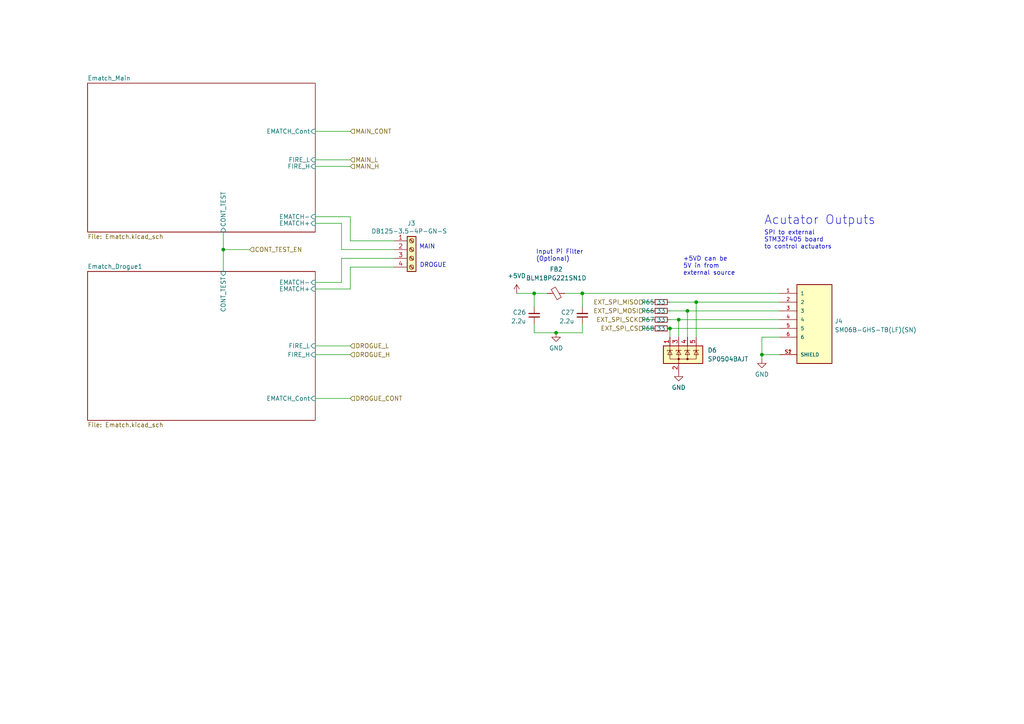
<source format=kicad_sch>
(kicad_sch (version 20230121) (generator eeschema)
  (paper "A4")
  (lib_symbols
    (symbol "Connector:Screw_Terminal_01x04" (pin_names (offset 1.016) hide)
      (property "Reference" "J" (at 0 5.08 0))
      (property "Value" "Screw_Terminal_01x04" (at 0 -7.62 0))
      (symbol "Screw_Terminal_01x04_1_1"
        (rectangle (start -1.27 3.81) (end 1.27 -6.35) (stroke (width 0.254)) (fill (type background)))
        (circle (center 0 -5.08) (radius 0.635) (stroke (width 0.1524)))
        (circle (center 0 -2.54) (radius 0.635) (stroke (width 0.1524)))
        (polyline (pts (xy -0.5334 -4.7498) (xy 0.3302 -5.588)) (stroke (width 0.1524)))
        (polyline (pts (xy -0.5334 -2.2098) (xy 0.3302 -3.048)) (stroke (width 0.1524)))
        (polyline (pts (xy -0.5334 0.3302) (xy 0.3302 -0.508)) (stroke (width 0.1524)))
        (polyline (pts (xy -0.5334 2.8702) (xy 0.3302 2.032)) (stroke (width 0.1524)))
        (polyline (pts (xy -0.3556 -4.572) (xy 0.508 -5.4102)) (stroke (width 0.1524)))
        (polyline (pts (xy -0.3556 -2.032) (xy 0.508 -2.8702)) (stroke (width 0.1524)))
        (polyline (pts (xy -0.3556 0.508) (xy 0.508 -0.3302)) (stroke (width 0.1524)))
        (polyline (pts (xy -0.3556 3.048) (xy 0.508 2.2098)) (stroke (width 0.1524)))
        (circle (center 0 0) (radius 0.635) (stroke (width 0.1524)))
        (circle (center 0 2.54) (radius 0.635) (stroke (width 0.1524)))
        (pin passive line (at -5.08 2.54 0) (length 3.81) (name "Pin_1") (number "1"))
        (pin passive line (at -5.08 0 0) (length 3.81) (name "Pin_2") (number "2"))
        (pin passive line (at -5.08 -2.54 0) (length 3.81) (name "Pin_3") (number "3"))
        (pin passive line (at -5.08 -5.08 0) (length 3.81) (name "Pin_4") (number "4"))
      )
    )
    (symbol "Device:C_Small" (pin_numbers hide) (pin_names (offset 0.254) hide)
      (property "Reference" "C" (at 0.254 1.778 0))
      (property "Value" "C_Small" (at 0.254 -2.032 0))
      (symbol "C_Small_0_1"
        (polyline (pts (xy -1.524 -0.508) (xy 1.524 -0.508)) (stroke (width 0.3302)))
        (polyline (pts (xy -1.524 0.508) (xy 1.524 0.508)) (stroke (width 0.3048)))
      )
      (symbol "C_Small_1_1"
        (pin passive line (at 0 2.54 270) (length 2.032) (name "~") (number "1"))
        (pin passive line (at 0 -2.54 90) (length 2.032) (name "~") (number "2"))
      )
    )
    (symbol "Device:FerriteBead_Small" (pin_numbers hide) (pin_names (offset 0))
      (property "Reference" "FB" (at 1.905 1.27 0))
      (property "Value" "FerriteBead_Small" (at 1.905 -1.27 0))
      (symbol "FerriteBead_Small_0_1"
        (polyline (pts (xy 0 -1.27) (xy 0 -0.7874)))
        (polyline (pts (xy 0 0.889) (xy 0 1.2954)))
        (polyline (pts (xy -1.8288 0.2794) (xy -1.1176 1.4986) (xy 1.8288 -0.2032) (xy 1.1176 -1.4224) (xy -1.8288 0.2794)))
      )
      (symbol "FerriteBead_Small_1_1"
        (pin passive line (at 0 2.54 270) (length 1.27) (name "~") (number "1"))
        (pin passive line (at 0 -2.54 90) (length 1.27) (name "~") (number "2"))
      )
    )
    (symbol "Device:R_Small" (pin_numbers hide) (pin_names (offset 0.254) hide)
      (property "Reference" "R" (at 0.762 0.508 0))
      (property "Value" "R_Small" (at 0.762 -1.016 0))
      (symbol "R_Small_0_1"
        (rectangle (start -0.762 1.778) (end 0.762 -1.778) (stroke (width 0.2032)))
      )
      (symbol "R_Small_1_1"
        (pin passive line (at 0 2.54 270) (length 0.762) (name "~") (number "1"))
        (pin passive line (at 0 -2.54 90) (length 0.762) (name "~") (number "2"))
      )
    )
    (symbol "Power_Protection:SP0504BAJT" (pin_names hide)
      (property "Reference" "D" (at 7.62 2.54 0))
      (property "Value" "SP0504BAJT" (at 7.62 0.635 0))
      (symbol "SP0504BAJT_0_0"
        (pin passive line (at 0 -5.08 90) (length 2.54) (name "A") (number "2"))
      )
      (symbol "SP0504BAJT_0_1"
        (rectangle (start -4.445 2.54) (end 6.985 -2.54) (stroke (width 0.254)) (fill (type background)))
        (circle (center 0 -1.27) (radius 0.254) (fill (type outline)))
        (polyline (pts (xy -2.54 2.54) (xy -2.54 1.27)))
        (polyline (pts (xy 0 -1.27) (xy 0 -2.54)))
        (polyline (pts (xy 0 -1.27) (xy 0 1.27)))
        (polyline (pts (xy 0 2.54) (xy 0 1.27)))
        (polyline (pts (xy 0.635 1.27) (xy 0.762 1.27)))
        (polyline (pts (xy 2.54 2.54) (xy 2.54 1.27)))
        (polyline (pts (xy 5.08 2.54) (xy 5.08 1.27)))
        (polyline (pts (xy 0.635 1.27) (xy -0.762 1.27) (xy -0.762 1.016)))
        (polyline (pts (xy 5.08 1.27) (xy 5.08 -1.27) (xy 2.54 -1.27)))
        (polyline (pts (xy -3.302 1.016) (xy -3.302 1.27) (xy -1.905 1.27) (xy -1.778 1.27)))
        (polyline (pts (xy -2.54 1.27) (xy -2.54 -1.27) (xy 2.54 -1.27) (xy 2.54 1.27)))
        (polyline (pts (xy -2.54 1.27) (xy -1.905 0) (xy -3.175 0) (xy -2.54 1.27)))
        (polyline (pts (xy 0.635 0) (xy -0.635 0) (xy 0 1.27) (xy 0.635 0)))
        (polyline (pts (xy 1.778 1.016) (xy 1.778 1.27) (xy 3.175 1.27) (xy 3.302 1.27)))
        (polyline (pts (xy 2.54 1.27) (xy 1.905 0) (xy 3.175 0) (xy 2.54 1.27)))
        (polyline (pts (xy 4.318 1.016) (xy 4.318 1.27) (xy 5.715 1.27) (xy 5.842 1.27)))
        (polyline (pts (xy 5.08 1.27) (xy 4.445 0) (xy 5.715 0) (xy 5.08 1.27)))
        (circle (center 2.54 -1.27) (radius 0.254) (fill (type outline)))
      )
      (symbol "SP0504BAJT_1_1"
        (pin passive line (at -2.54 5.08 270) (length 2.54) (name "K") (number "1"))
        (pin passive line (at 0 5.08 270) (length 2.54) (name "K") (number "3"))
        (pin passive line (at 2.54 5.08 270) (length 2.54) (name "K") (number "4"))
        (pin passive line (at 5.08 5.08 270) (length 2.54) (name "K") (number "5"))
      )
    )
    (symbol "SM06B-GHS-TB_LF__SN_:SM06B-GHS-TB(LF)(SN)" (pin_names (offset 1.016))
      (property "Reference" "J" (at -5.08 11.43 0))
      (property "Value" "SM06B-GHS-TB(LF)(SN)" (at -5.08 -15.24 0))
      (symbol "SM06B-GHS-TB(LF)(SN)_0_0"
        (rectangle (start -5.08 -12.7) (end 5.08 10.16) (stroke (width 0.254)) (fill (type background)))
        (pin passive line (at -10.16 7.62 0) (length 5.08) (name "1") (number "1"))
        (pin passive line (at -10.16 5.08 0) (length 5.08) (name "2") (number "2"))
        (pin passive line (at -10.16 2.54 0) (length 5.08) (name "3") (number "3"))
        (pin passive line (at -10.16 0 0) (length 5.08) (name "4") (number "4"))
        (pin passive line (at -10.16 -2.54 0) (length 5.08) (name "5") (number "5"))
        (pin passive line (at -10.16 -5.08 0) (length 5.08) (name "6") (number "6"))
        (pin passive line (at -10.16 -10.16 0) (length 5.08) (name "SHIELD") (number "S1"))
        (pin passive line (at -10.16 -10.16 0) (length 5.08) (name "SHIELD") (number "S2"))
      )
    )
    (symbol "power:+5VD" (power) (pin_names (offset 0))
      (property "Value" "+5VD" (at 0 3.556 0))
      (symbol "+5VD_0_1"
        (polyline (pts (xy -0.762 1.27) (xy 0 2.54)))
        (polyline (pts (xy 0 0) (xy 0 2.54)))
        (polyline (pts (xy 0 2.54) (xy 0.762 1.27)))
      )
      (symbol "+5VD_1_1"
        (pin power_in line (at 0 0 90) (length 0) hide (name "+5VD") (number "1"))
      )
    )
    (symbol "power:GND" (power) (pin_names (offset 0))
      (property "Value" "GND" (at 0 -3.81 0))
      (symbol "GND_0_1"
        (polyline (pts (xy 0 0) (xy 0 -1.27) (xy 1.27 -1.27) (xy 0 -2.54) (xy -1.27 -1.27) (xy 0 -1.27)))
      )
      (symbol "GND_1_1"
        (pin power_in line (at 0 0 270) (length 0) hide (name "GND") (number "1"))
      )
    )
  )
  (junction (at 199.39 90.17))
  (junction (at 154.94 85.09))
  (junction (at 201.93 87.63))
  (junction (at 196.85 92.71))
  (junction (at 64.77 72.39))
  (junction (at 194.31 95.25))
  (junction (at 220.98 102.87))
  (junction (at 161.29 96.52))
  (junction (at 168.91 85.09))
  (wire (pts (xy 91.44 81.915) (xy 99.06 81.915)))
  (wire (pts (xy 99.06 74.93) (xy 114.3 74.93)))
  (wire (pts (xy 168.91 96.52) (xy 161.29 96.52)))
  (wire (pts (xy 101.6 62.865) (xy 101.6 69.85)))
  (wire (pts (xy 220.98 102.87) (xy 220.98 104.14)))
  (wire (pts (xy 196.85 92.71) (xy 226.06 92.71)))
  (wire (pts (xy 168.91 85.09) (xy 168.91 88.9)))
  (wire (pts (xy 194.31 90.17) (xy 199.39 90.17)))
  (wire (pts (xy 91.44 48.26) (xy 101.6 48.26)))
  (wire (pts (xy 194.31 92.71) (xy 196.85 92.71)))
  (wire (pts (xy 168.91 85.09) (xy 226.06 85.09)))
  (wire (pts (xy 186.69 87.63) (xy 189.23 87.63)))
  (wire (pts (xy 220.98 97.79) (xy 226.06 97.79)))
  (wire (pts (xy 64.77 72.39) (xy 72.39 72.39)))
  (wire (pts (xy 186.69 92.71) (xy 189.23 92.71)))
  (wire (pts (xy 91.44 46.355) (xy 101.6 46.355)))
  (wire (pts (xy 186.69 95.25) (xy 189.23 95.25)))
  (wire (pts (xy 161.29 96.52) (xy 154.94 96.52)))
  (wire (pts (xy 201.93 87.63) (xy 201.93 97.79)))
  (wire (pts (xy 194.31 95.25) (xy 226.06 95.25)))
  (wire (pts (xy 186.69 90.17) (xy 189.23 90.17)))
  (wire (pts (xy 194.31 87.63) (xy 201.93 87.63)))
  (wire (pts (xy 154.94 85.09) (xy 149.86 85.09)))
  (wire (pts (xy 101.6 77.47) (xy 114.3 77.47)))
  (wire (pts (xy 91.44 83.82) (xy 101.6 83.82)))
  (wire (pts (xy 99.06 64.77) (xy 99.06 72.39)))
  (wire (pts (xy 194.31 95.25) (xy 194.31 97.79)))
  (wire (pts (xy 199.39 90.17) (xy 226.06 90.17)))
  (wire (pts (xy 91.44 115.57) (xy 101.6 115.57)))
  (wire (pts (xy 91.44 62.865) (xy 101.6 62.865)))
  (wire (pts (xy 91.44 64.77) (xy 99.06 64.77)))
  (wire (pts (xy 226.06 102.87) (xy 220.98 102.87)))
  (wire (pts (xy 220.98 97.79) (xy 220.98 102.87)))
  (wire (pts (xy 64.77 72.39) (xy 64.77 78.74)))
  (wire (pts (xy 199.39 90.17) (xy 199.39 97.79)))
  (wire (pts (xy 91.44 38.1) (xy 101.6 38.1)))
  (wire (pts (xy 91.44 100.33) (xy 101.6 100.33)))
  (wire (pts (xy 163.83 85.09) (xy 168.91 85.09)))
  (wire (pts (xy 64.77 67.31) (xy 64.77 72.39)))
  (wire (pts (xy 99.06 72.39) (xy 114.3 72.39)))
  (wire (pts (xy 101.6 83.82) (xy 101.6 77.47)))
  (wire (pts (xy 201.93 87.63) (xy 226.06 87.63)))
  (wire (pts (xy 154.94 85.09) (xy 158.75 85.09)))
  (wire (pts (xy 154.94 88.9) (xy 154.94 85.09)))
  (wire (pts (xy 101.6 69.85) (xy 114.3 69.85)))
  (wire (pts (xy 196.85 92.71) (xy 196.85 97.79)))
  (wire (pts (xy 168.91 93.98) (xy 168.91 96.52)))
  (wire (pts (xy 154.94 96.52) (xy 154.94 93.98)))
  (wire (pts (xy 91.44 102.87) (xy 101.6 102.87)))
  (wire (pts (xy 99.06 74.93) (xy 99.06 81.915)))
  (text "DROGUE" (at 129.54 77.724 0) (effects (font (size 1.27 1.27)) (justify right bottom)))
  (text "+5VD can be\n5V in from \nexternal source" (at 198.12 80.01 0) (effects (font (size 1.27 1.27)) (justify left bottom)))
  (text "Acutator Outputs" (at 221.615 65.405 0) (effects (font (size 2.54 2.54)) (justify left bottom)))
  (text "SPI to external\nSTM32F405 board\nto control actuators" (at 221.615 72.39 0) (effects (font (size 1.27 1.27)) (justify left bottom)))
  (text "Input Pi Filter\n(Optional)" (at 155.448 75.946 0) (effects (font (size 1.27 1.27)) (justify left bottom)))
  (text "MAIN" (at 126.238 72.39 0) (effects (font (size 1.27 1.27)) (justify right bottom)))
  (hierarchical_label "MAIN_CONT" (shape input) (at 101.6 38.1 0))
  (hierarchical_label "EXT_SPI_MOSI" (shape input) (at 186.69 90.17 180))
  (hierarchical_label "MAIN_L" (shape input) (at 101.6 46.355 0))
  (hierarchical_label "DROGUE_L" (shape input) (at 101.6 100.33 0))
  (hierarchical_label "DROGUE_CONT" (shape input) (at 101.6 115.57 0))
  (hierarchical_label "CONT_TEST_EN" (shape input) (at 72.39 72.39 0))
  (hierarchical_label "EXT_SPI_MISO" (shape input) (at 186.69 87.63 180))
  (hierarchical_label "EXT_SPI_SCK" (shape input) (at 186.69 92.71 180))
  (hierarchical_label "EXT_SPI_CS" (shape input) (at 186.69 95.25 180))
  (hierarchical_label "MAIN_H" (shape input) (at 101.6 48.26 0))
  (hierarchical_label "DROGUE_H" (shape input) (at 101.6 102.87 0))
  (symbol (lib_id "Device:R_Small") (at 191.77 90.17 270) (unit 1)
    (property "Reference" "R66" (at 189.865 90.17 90) (effects (justify right)))
    (property "Value" "33" (at 193.04 90.17 90) (effects (justify right)))
    (property "Footprint" "Resistor_SMD:R_0603_1608Metric_Pad0.98x0.95mm_HandSolder" (effects hide))
  )
  (symbol (lib_id "Power_Protection:SP0504BAJT") (at 196.85 102.87 0) (unit 1)
    (property "Reference" "D6" (at 205.232 101.5999 0) (effects (justify left)))
    (property "Value" "SP0504BAJT" (at 205.232 104.1399 0) (effects (justify left)))
    (property "Footprint" "Package_TO_SOT_SMD:SOT-353_SC-70-5" (effects hide))
    (property "Datasheet" "http://www.littelfuse.com/~/media/files/littelfuse/technical%20resources/documents/data%20sheets/sp05xxba.pdf" (effects hide))
    (property "LCSC#" "C5116451" (effects hide))
  )
  (symbol (lib_id "power:GND") (at 161.29 96.52 0) (unit 1)
    (property "Reference" "#PWR0168" (effects hide))
    (property "Value" "GND" (at 161.29 100.9634 0))
  )
  (symbol (lib_id "power:+5VD") (at 149.86 85.09 0) (unit 1)
    (property "Reference" "#PWR0167" (effects hide))
    (property "Value" "+5VD" (at 149.86 80.01 0))
  )
  (symbol (lib_id "power:GND") (at 196.85 107.95 0) (unit 1)
    (property "Reference" "#PWR0165" (effects hide))
    (property "Value" "GND" (at 196.85 112.3934 0))
  )
  (symbol (lib_id "Device:R_Small") (at 191.77 95.25 270) (unit 1)
    (property "Reference" "R68" (at 189.865 95.25 90) (effects (justify right)))
    (property "Value" "33" (at 193.04 95.25 90) (effects (justify right)))
    (property "Footprint" "Resistor_SMD:R_0603_1608Metric_Pad0.98x0.95mm_HandSolder" (effects hide))
  )
  (symbol (lib_id "SM06B-GHS-TB_LF__SN_:SM06B-GHS-TB(LF)(SN)") (at 236.22 92.71 0) (unit 1)
    (property "Reference" "J4" (at 242.062 93.1453 0) (effects (justify left)))
    (property "Value" "SM06B-GHS-TB(LF)(SN)" (at 242.062 95.6822 0) (effects (justify left)))
    (property "Footprint" "Footprints:JST_SM06B-GHS-TB(LF)(SN)" (effects hide))
    (property "LCSC#" "C133065" (effects hide))
  )
  (symbol (lib_id "Device:R_Small") (at 191.77 92.71 270) (unit 1)
    (property "Reference" "R67" (at 189.865 92.71 90) (effects (justify right)))
    (property "Value" "33" (at 193.04 92.71 90) (effects (justify right)))
    (property "Footprint" "Resistor_SMD:R_0603_1608Metric_Pad0.98x0.95mm_HandSolder" (effects hide))
  )
  (symbol (lib_id "power:GND") (at 220.98 104.14 0) (unit 1)
    (property "Reference" "#PWR0166" (effects hide))
    (property "Value" "GND" (at 220.98 108.5834 0))
  )
  (symbol (lib_id "Device:R_Small") (at 191.77 87.63 270) (unit 1)
    (property "Reference" "R65" (at 189.865 87.63 90) (effects (justify right)))
    (property "Value" "33" (at 193.04 87.63 90) (effects (justify right)))
    (property "Footprint" "Resistor_SMD:R_0603_1608Metric_Pad0.98x0.95mm_HandSolder" (effects hide))
  )
  (symbol (lib_id "Device:C_Small") (at 154.94 91.44 0) (mirror x) (unit 1)
    (property "Reference" "C26" (at 152.6159 90.5989 0) (effects (justify right)))
    (property "Value" "2.2u" (at 152.6159 93.1358 0) (effects (justify right)))
    (property "Footprint" "Capacitor_SMD:C_0603_1608Metric" (effects hide))
  )
  (symbol (lib_id "Connector:Screw_Terminal_01x04") (at 119.38 72.39 0) (unit 1)
    (property "Reference" "J3" (at 118.11 64.77 0) (effects (justify left)))
    (property "Value" "DB125-3.5-4P-GN-S" (at 107.696 67.056 0) (effects (justify left)))
    (property "Footprint" "TerminalBlock_4Ucon:TerminalBlock_4Ucon_1x04_P3.50mm_Horizontal" (effects hide))
    (property "Datasheet" "https://datasheet.lcsc.com/lcsc/2106062245_DIBO-DB125-3-5-4P-GN-S_C2757925.pdf" (effects hide))
    (property "LCSC#" "C2757925" (effects hide))
  )
  (symbol (lib_id "Device:FerriteBead_Small") (at 161.29 85.09 270) (mirror x) (unit 1)
    (property "Reference" "FB2" (at 161.3281 78.105 90))
    (property "Value" "BLM18PG221SN1D" (at 161.3281 80.645 90))
    (property "Footprint" "Inductor_SMD:L_0603_1608Metric" (effects hide))
    (property "Datasheet" "https://datasheet.lcsc.com/lcsc/1810311127_Murata-Electronics-BLM18PG221SN1D_C80165.pdf" (effects hide))
    (property "LCSC#" "C80165" (effects hide))
  )
  (symbol (lib_id "Device:C_Small") (at 168.91 91.44 0) (mirror x) (unit 1)
    (property "Reference" "C27" (at 166.5859 90.5989 0) (effects (justify right)))
    (property "Value" "2.2u" (at 166.5859 93.1358 0) (effects (justify right)))
    (property "Footprint" "Capacitor_SMD:C_0603_1608Metric" (effects hide))
  )
  (sheet (at 25.4 78.74) (size 66.04 43.18) (stroke (width 0.1524))
    (property "Sheetname" "Ematch_Drogue1" (at 25.4 78.0284 0) (effects (justify left bottom)))
    (property "Sheetfile" "Ematch.kicad_sch" (at 25.4 122.5046 0) (effects (justify left top)))
    (pin "CONT_TEST" input (at 64.77 78.74 90))
    (pin "EMATCH_Cont" input (at 91.44 115.57 0))
    (pin "EMATCH+" input (at 91.44 83.82 0))
    (pin "EMATCH-" input (at 91.44 81.915 0))
    (pin "FIRE_L" input (at 91.44 100.33 0))
    (pin "FIRE_H" input (at 91.44 102.87 0))
  )
  (sheet (at 25.4 24.13) (size 66.04 43.18) (stroke (width 0.1524))
    (property "Sheetname" "Ematch_Main" (at 25.4 23.4184 0) (effects (justify left bottom)))
    (property "Sheetfile" "Ematch.kicad_sch" (at 25.4 67.8946 0) (effects (justify left top)))
    (pin "CONT_TEST" input (at 64.77 67.31 270))
    (pin "EMATCH_Cont" input (at 91.44 38.1 0))
    (pin "EMATCH+" input (at 91.44 64.77 0))
    (pin "EMATCH-" input (at 91.44 62.865 0))
    (pin "FIRE_L" input (at 91.44 46.355 0))
    (pin "FIRE_H" input (at 91.44 48.26 0))
  )
)
</source>
